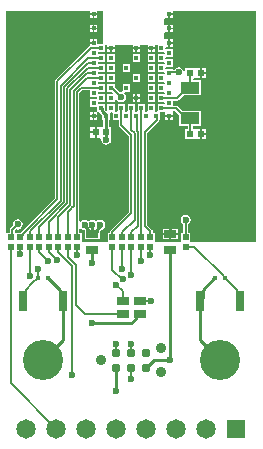
<source format=gtl>
G04*
G04 #@! TF.GenerationSoftware,Altium Limited,Altium Designer,21.6.4 (81)*
G04*
G04 Layer_Physical_Order=1*
G04 Layer_Color=255*
%FSLAX44Y44*%
%MOMM*%
G71*
G04*
G04 #@! TF.SameCoordinates,B426352F-7976-453D-B7C3-6DF0A089D787*
G04*
G04*
G04 #@! TF.FilePolarity,Positive*
G04*
G01*
G75*
%ADD11C,0.2540*%
%ADD14C,0.1524*%
%ADD15R,0.3600X0.3500*%
%ADD16R,0.8000X1.7000*%
%ADD17R,1.5500X1.0000*%
%ADD18R,0.3900X0.3900*%
%ADD19R,0.3900X0.3900*%
%ADD20R,1.0200X0.6400*%
%ADD22R,0.6200X0.6200*%
%ADD23R,0.5500X0.5200*%
%ADD24R,1.0000X0.8000*%
%ADD39C,0.7900*%
%ADD40C,0.1520*%
%ADD41C,3.4000*%
%ADD42C,1.6500*%
%ADD43R,1.6500X1.6500*%
%ADD44C,0.9000*%
%ADD45C,0.6000*%
G36*
X86400Y367720D02*
X81280D01*
X81220Y368965D01*
Y371970D01*
X78762D01*
Y368750D01*
X78000D01*
Y367988D01*
X74780D01*
Y366431D01*
X74687Y366412D01*
X74016Y365964D01*
X45786Y337734D01*
X45338Y337063D01*
X45180Y336271D01*
Y237140D01*
X16526Y208486D01*
X16115Y207870D01*
X11059D01*
Y209382D01*
X12560Y210883D01*
X13750Y210646D01*
X15416Y210978D01*
X16829Y211922D01*
X17772Y213334D01*
X18104Y215000D01*
X17772Y216666D01*
X16829Y218078D01*
X15416Y219022D01*
X13750Y219354D01*
X12084Y219022D01*
X10671Y218078D01*
X9728Y216666D01*
X9396Y215000D01*
X9633Y213810D01*
X7526Y211703D01*
X7077Y211032D01*
X6920Y210240D01*
Y207870D01*
X4078D01*
X4078Y395922D01*
X74780Y395922D01*
Y394012D01*
X78000D01*
X81220D01*
Y395922D01*
X86400D01*
Y367720D01*
D02*
G37*
G36*
X132280Y361280D02*
X138042Y361280D01*
X138604Y360250D01*
X138042Y359220D01*
X132280D01*
Y352780D01*
X138042Y352780D01*
X138604Y351750D01*
X138042Y350720D01*
X132280D01*
Y344280D01*
X138042Y344280D01*
X138604Y343250D01*
X138042Y342220D01*
X132280D01*
Y335780D01*
X138042Y335780D01*
X138604Y334750D01*
X138042Y333720D01*
X132280D01*
Y327280D01*
X138042Y327280D01*
X138604Y326250D01*
X138042Y325220D01*
X132280D01*
Y318780D01*
X138042D01*
X138604Y317750D01*
X138042Y316720D01*
X132280D01*
X132280Y310958D01*
X131250Y310396D01*
X130220Y310958D01*
Y316720D01*
X123780D01*
X123780Y310958D01*
X122750Y310396D01*
X121720Y310958D01*
Y316720D01*
X115280D01*
Y310958D01*
X114250Y310396D01*
X113220Y310958D01*
Y316720D01*
X106780D01*
Y310958D01*
X105750Y310396D01*
X104720Y310958D01*
Y316720D01*
X98280D01*
Y310958D01*
X97250Y310396D01*
X96220Y310958D01*
Y316720D01*
X89780D01*
Y311929D01*
X88694Y311479D01*
X87720Y312272D01*
Y316720D01*
X81958Y316720D01*
X81396Y317750D01*
X81958Y318780D01*
X87720D01*
Y325220D01*
X81958Y325220D01*
X81396Y326250D01*
X81958Y327280D01*
X87720D01*
Y333720D01*
X81958D01*
X81396Y334750D01*
X81958Y335780D01*
X87720D01*
Y342220D01*
X81958D01*
X81396Y343250D01*
X81958Y344280D01*
X87720D01*
Y350720D01*
X81958D01*
X81396Y351750D01*
X81958Y352780D01*
X87720D01*
Y359220D01*
X81958D01*
X81396Y360250D01*
X81958Y361280D01*
X87720D01*
Y367000D01*
X89780D01*
Y365262D01*
X96220D01*
Y367000D01*
X111030D01*
Y365262D01*
X117470D01*
Y367000D01*
X123780D01*
Y365262D01*
X130220D01*
Y367000D01*
X132280D01*
Y361280D01*
D02*
G37*
G36*
X215922Y200000D02*
X161236D01*
X160020Y200130D01*
X160020Y201270D01*
Y207870D01*
X158070D01*
Y214998D01*
X159079Y215672D01*
X160022Y217084D01*
X160354Y218750D01*
X160022Y220416D01*
X159079Y221828D01*
X157666Y222772D01*
X156000Y223104D01*
X154334Y222772D01*
X152921Y221828D01*
X151978Y220416D01*
X151646Y218750D01*
X151978Y217084D01*
X152921Y215672D01*
X153930Y214998D01*
Y207870D01*
X151980D01*
X151980Y200130D01*
X150764Y200000D01*
X131236D01*
X130020Y200130D01*
X130020Y201270D01*
Y207870D01*
X128070D01*
Y209250D01*
X127912Y210042D01*
X127464Y210714D01*
X123360Y214817D01*
Y292433D01*
X132874Y301947D01*
X133323Y302618D01*
X133480Y303410D01*
Y303780D01*
X134470D01*
X134470Y310220D01*
X135715Y310280D01*
X137535D01*
X138723Y310223D01*
X138780Y309035D01*
Y307762D01*
X145220D01*
Y310160D01*
X145220Y310220D01*
X145364Y311430D01*
X146893D01*
X150730Y307593D01*
Y298480D01*
X157680D01*
Y296120D01*
X155380D01*
Y287380D01*
X163110D01*
X164120Y287380D01*
X165390Y287380D01*
X167988D01*
Y291750D01*
Y296120D01*
X165390D01*
X164380Y296120D01*
X163110Y296120D01*
X161820D01*
Y298480D01*
X168770D01*
Y311020D01*
X153157D01*
X149213Y314963D01*
X148542Y315412D01*
X147750Y315570D01*
X145220D01*
Y319928D01*
X148750D01*
X148750Y319928D01*
X149543Y320086D01*
X150215Y320535D01*
X154160Y324480D01*
X168770D01*
Y337020D01*
X162565D01*
X162130Y338290D01*
X162720Y338880D01*
X164120Y338880D01*
X165390Y338880D01*
X167988D01*
Y343250D01*
Y347620D01*
X165390D01*
X164380Y347620D01*
X163110Y347620D01*
X155380D01*
Y345100D01*
X154110Y344975D01*
X154022Y345416D01*
X153078Y346828D01*
X151666Y347772D01*
X150000Y348104D01*
X148334Y347772D01*
X146922Y346828D01*
X146490Y346183D01*
X145220Y346470D01*
Y346470D01*
X139458Y346470D01*
X138896Y347500D01*
X139458Y348530D01*
X145220D01*
Y354970D01*
X139458Y354970D01*
X138896Y356000D01*
X139458Y357030D01*
X145220D01*
Y363470D01*
X139458Y363470D01*
X138896Y364500D01*
X139458Y365530D01*
X141238D01*
Y368750D01*
Y371970D01*
X139170D01*
X138780Y371970D01*
X137900Y372876D01*
Y376875D01*
X138780Y377780D01*
X139170Y377780D01*
X141238D01*
Y381000D01*
Y384220D01*
X139170D01*
X138780Y384220D01*
X137900Y385126D01*
Y389124D01*
X138780Y390030D01*
X141238D01*
Y393250D01*
X142000D01*
Y394012D01*
X145220D01*
Y395922D01*
X215922Y395922D01*
X215922Y200000D01*
D02*
G37*
G36*
X74780Y323030D02*
X80542Y323030D01*
X81104Y322000D01*
X80542Y320970D01*
X74780D01*
Y314530D01*
X81220Y314530D01*
X81280Y313285D01*
Y311494D01*
X81280Y311465D01*
X81223Y310277D01*
X80036Y310220D01*
X80006Y310220D01*
X78762D01*
Y307762D01*
X81220D01*
Y309006D01*
X81220Y309036D01*
X81277Y310223D01*
X82465Y310280D01*
X82494Y310280D01*
X82689D01*
X82715Y310152D01*
X83276Y309312D01*
X85530Y307057D01*
Y303780D01*
X86160D01*
Y298268D01*
X85262Y297370D01*
X84380D01*
X83110Y297370D01*
X80512D01*
Y293000D01*
Y288630D01*
X83475Y288630D01*
X84491Y287602D01*
X84518Y287360D01*
X84396Y286750D01*
X84728Y285084D01*
X85672Y283671D01*
X87084Y282728D01*
X88750Y282396D01*
X90416Y282728D01*
X91828Y283671D01*
X92772Y285084D01*
X93104Y286750D01*
X92982Y287360D01*
X93120Y288630D01*
X93120Y288630D01*
X93120Y288630D01*
Y297370D01*
X91340D01*
Y303780D01*
X91970D01*
X91970Y309542D01*
X93000Y310105D01*
X94030Y309542D01*
Y303780D01*
X99430D01*
Y299250D01*
X99588Y298458D01*
X100036Y297787D01*
X107680Y290143D01*
Y225357D01*
X92536Y210214D01*
X92088Y209542D01*
X91930Y208750D01*
Y207870D01*
X89980D01*
X89980Y200130D01*
X88764Y200000D01*
X69236D01*
X68020Y200130D01*
Y207870D01*
X66070D01*
Y211159D01*
X67340Y211544D01*
X67421Y211422D01*
X68834Y210478D01*
X70500Y210146D01*
X70580Y210081D01*
Y208780D01*
X70630Y208530D01*
Y202380D01*
X83370D01*
Y208530D01*
X83420Y208780D01*
Y209607D01*
X84073Y210260D01*
X85166Y210478D01*
X86579Y211422D01*
X87522Y212834D01*
X87854Y214500D01*
X87522Y216166D01*
X86579Y217579D01*
X85166Y218522D01*
X83500Y218854D01*
X81834Y218522D01*
X80422Y217579D01*
X80078D01*
X78666Y218522D01*
X77000Y218854D01*
X75334Y218522D01*
X74740Y218126D01*
X73750Y217659D01*
X72760Y218126D01*
X72166Y218522D01*
X70500Y218854D01*
X68834Y218522D01*
X67421Y217579D01*
X67340Y217456D01*
X66070Y217841D01*
Y325893D01*
X68607Y328430D01*
X74780D01*
Y323030D01*
D02*
G37*
%LPC*%
G36*
X81220Y392488D02*
X78762D01*
Y390030D01*
X81220D01*
Y392488D01*
D02*
G37*
G36*
X77238D02*
X74780D01*
Y390030D01*
X77238D01*
Y392488D01*
D02*
G37*
G36*
X81220Y384220D02*
X78762D01*
Y381762D01*
X81220D01*
Y384220D01*
D02*
G37*
G36*
X77238D02*
X74780D01*
Y381762D01*
X77238D01*
Y384220D01*
D02*
G37*
G36*
X81220Y380238D02*
X78762D01*
Y377780D01*
X81220D01*
Y380238D01*
D02*
G37*
G36*
X77238D02*
X74780D01*
Y377780D01*
X77238D01*
Y380238D01*
D02*
G37*
G36*
Y371970D02*
X74780D01*
Y369512D01*
X77238D01*
Y371970D01*
D02*
G37*
G36*
X130220Y363738D02*
X127762D01*
Y361280D01*
X130220D01*
Y363738D01*
D02*
G37*
G36*
X126238D02*
X123780D01*
Y361280D01*
X126238D01*
Y363738D01*
D02*
G37*
G36*
X117470D02*
X115012D01*
Y361280D01*
X117470D01*
Y363738D01*
D02*
G37*
G36*
X113488D02*
X111030D01*
Y361280D01*
X113488D01*
Y363738D01*
D02*
G37*
G36*
X96220D02*
X93762D01*
Y361280D01*
X96220D01*
Y363738D01*
D02*
G37*
G36*
X92238D02*
X89780D01*
Y361280D01*
X92238D01*
Y363738D01*
D02*
G37*
G36*
X130220Y359220D02*
X123780D01*
Y352780D01*
X130220D01*
Y359220D01*
D02*
G37*
G36*
X117470D02*
X111030D01*
Y352780D01*
X117470D01*
Y359220D01*
D02*
G37*
G36*
X96220D02*
X89780D01*
Y352780D01*
X96220D01*
Y359220D01*
D02*
G37*
G36*
X130220Y350720D02*
X123780D01*
Y344280D01*
X130220D01*
Y350720D01*
D02*
G37*
G36*
X108970D02*
X102530D01*
Y344280D01*
X108970D01*
Y350720D01*
D02*
G37*
G36*
X96220D02*
X89780D01*
Y344280D01*
X96220D01*
Y350720D01*
D02*
G37*
G36*
X130220Y342220D02*
X123780D01*
Y335780D01*
X130220D01*
Y342220D01*
D02*
G37*
G36*
X117470D02*
X111030D01*
Y335780D01*
X117470D01*
Y342220D01*
D02*
G37*
G36*
X96220D02*
X89780D01*
Y335780D01*
X96220D01*
Y342220D01*
D02*
G37*
G36*
X130220Y333720D02*
X123780D01*
Y327280D01*
X130220D01*
Y333720D01*
D02*
G37*
G36*
X108970D02*
X102530D01*
Y328144D01*
X101341Y327086D01*
X101250Y327104D01*
X100060Y326867D01*
X96220Y330707D01*
Y333720D01*
X89780D01*
Y327280D01*
X93793D01*
X94680Y326393D01*
X94194Y325220D01*
X89780D01*
Y318780D01*
X96220D01*
Y320306D01*
X97490Y320691D01*
X98172Y319671D01*
X99584Y318728D01*
X101250Y318396D01*
X102916Y318728D01*
X104328Y319671D01*
X105272Y321084D01*
X105604Y322750D01*
X105272Y324416D01*
X104328Y325829D01*
X104057Y326010D01*
X104442Y327280D01*
X108970D01*
Y333720D01*
D02*
G37*
G36*
X117470Y325220D02*
X115012D01*
Y322762D01*
X117470D01*
Y325220D01*
D02*
G37*
G36*
X113488D02*
X111030D01*
Y322762D01*
X113488D01*
Y325220D01*
D02*
G37*
G36*
X130220D02*
X123780D01*
Y318780D01*
X130220D01*
Y325220D01*
D02*
G37*
G36*
X117470Y321238D02*
X115012D01*
Y318780D01*
X117470D01*
Y321238D01*
D02*
G37*
G36*
X113488D02*
X111030D01*
Y318780D01*
X113488D01*
Y321238D01*
D02*
G37*
G36*
X145220Y392488D02*
X142762D01*
Y390030D01*
X145220D01*
Y392488D01*
D02*
G37*
G36*
X142762Y384220D02*
Y381762D01*
X145220D01*
Y384220D01*
X142762D01*
D02*
G37*
G36*
X145220Y380238D02*
X142762D01*
Y377780D01*
X145220D01*
Y380238D01*
D02*
G37*
G36*
X142762Y371970D02*
Y369512D01*
X145220D01*
Y371970D01*
X142762D01*
D02*
G37*
G36*
X145220Y367988D02*
X142762D01*
Y365530D01*
X145220D01*
Y367988D01*
D02*
G37*
G36*
X169512Y347620D02*
Y344012D01*
X173120D01*
Y347620D01*
X169512D01*
D02*
G37*
G36*
X173120Y342488D02*
X169512D01*
Y338880D01*
X173120D01*
Y342488D01*
D02*
G37*
G36*
X145220Y306238D02*
X142762D01*
Y303780D01*
X145220D01*
Y306238D01*
D02*
G37*
G36*
X141238D02*
X138780D01*
Y303780D01*
X141238D01*
Y306238D01*
D02*
G37*
G36*
X169512Y296120D02*
Y292512D01*
X173120D01*
Y296120D01*
X169512D01*
D02*
G37*
G36*
X173120Y290988D02*
X169512D01*
Y287380D01*
X173120D01*
Y290988D01*
D02*
G37*
G36*
X149370Y211320D02*
X143762D01*
Y207612D01*
X149370D01*
Y211320D01*
D02*
G37*
G36*
X142238D02*
X136630D01*
Y207612D01*
X142238D01*
Y211320D01*
D02*
G37*
G36*
X149370Y206088D02*
X143762D01*
Y202380D01*
X149370D01*
Y206088D01*
D02*
G37*
G36*
X142238D02*
X136630D01*
Y202380D01*
X142238D01*
Y206088D01*
D02*
G37*
G36*
X77238Y310220D02*
X74780D01*
Y307762D01*
X77238D01*
Y310220D01*
D02*
G37*
G36*
X81220Y306238D02*
X78762D01*
Y303780D01*
X81220D01*
Y306238D01*
D02*
G37*
G36*
X77238D02*
X74780D01*
Y303780D01*
X77238D01*
Y306238D01*
D02*
G37*
G36*
X78988Y297370D02*
X75380D01*
Y293762D01*
X78988D01*
Y297370D01*
D02*
G37*
G36*
Y292238D02*
X75380D01*
Y288630D01*
X78988D01*
Y292238D01*
D02*
G37*
%LPD*%
D11*
X116500Y139000D02*
X117500D01*
X113770Y136270D02*
X116500Y139000D01*
X113770Y135270D02*
Y136270D01*
X109750Y131250D02*
X113770Y135270D01*
X77000Y131250D02*
X109750D01*
X88750Y286250D02*
Y293000D01*
Y285750D02*
Y286250D01*
X88750Y307000D02*
X88750Y307000D01*
X88750Y293000D02*
Y307000D01*
Y286250D02*
Y287250D01*
Y286250D02*
X88750Y286250D01*
X97250Y73750D02*
Y93700D01*
X97300Y93750D01*
X122700D02*
X128950Y100000D01*
X143000D01*
Y193150D01*
X77000Y182500D02*
Y193150D01*
X168000Y150000D02*
X170730Y152730D01*
Y159930D01*
X180270Y169470D01*
Y169520D01*
X180750Y170000D01*
X180800D01*
X168000Y117000D02*
X185000Y100000D01*
X168000Y117000D02*
Y150000D01*
X49270Y152730D02*
X52000Y150000D01*
X49270Y152730D02*
Y159930D01*
X39730Y169470D02*
X49270Y159930D01*
X39730Y169470D02*
Y169520D01*
X39250Y170000D02*
X39730Y169520D01*
X39200Y170000D02*
X39250D01*
X35000Y100000D02*
X52000Y117000D01*
Y150000D01*
X75100Y206850D02*
X77000D01*
X73170Y208780D02*
X75100Y206850D01*
X73170Y208780D02*
Y211282D01*
X70500Y213952D02*
X73170Y211282D01*
X70500Y213952D02*
Y214500D01*
X77000Y206850D02*
X78900D01*
X80830Y208780D01*
Y210680D01*
X82838Y212688D01*
Y213838D01*
X83500Y214500D01*
X77000Y206850D02*
Y214500D01*
X85107Y311143D02*
X88750Y307500D01*
X85107Y311143D02*
Y313393D01*
X84500Y314000D02*
X85107Y313393D01*
X143000Y206850D02*
Y213750D01*
D14*
X110000Y172250D02*
Y196000D01*
X110000Y196000D02*
X110000Y196000D01*
X126000Y188750D02*
Y196000D01*
X8000Y80700D02*
X46500Y42200D01*
X8000Y80700D02*
Y196000D01*
X159750Y330250D02*
Y342750D01*
X157000Y330250D02*
X159750D01*
X148750Y322000D02*
X157000Y330250D01*
X135500Y322000D02*
X148750D01*
D15*
X189200Y170000D02*
D03*
X180800D02*
D03*
X39200Y170000D02*
D03*
X30800D02*
D03*
D16*
X168000Y150000D02*
D03*
X202000D02*
D03*
X18000D02*
D03*
X52000D02*
D03*
D17*
X159750Y330750D02*
D03*
Y304750D02*
D03*
D18*
X93000Y313500D02*
D03*
X88750Y307000D02*
D03*
X78000D02*
D03*
X84500Y313500D02*
D03*
X78000Y317750D02*
D03*
Y326250D02*
D03*
X84500Y322000D02*
D03*
X93000D02*
D03*
X78000Y334750D02*
D03*
X84500Y330500D02*
D03*
X93000D02*
D03*
X78000Y343250D02*
D03*
X84500Y339000D02*
D03*
X93000D02*
D03*
X78000Y351750D02*
D03*
X84500Y347500D02*
D03*
X93000D02*
D03*
Y356000D02*
D03*
X84500D02*
D03*
X78000Y360250D02*
D03*
X93000Y364500D02*
D03*
X84500D02*
D03*
X78000Y368750D02*
D03*
Y381000D02*
D03*
X97250Y307000D02*
D03*
X101500Y313500D02*
D03*
X105750Y307000D02*
D03*
X110000Y313500D02*
D03*
X114250Y307000D02*
D03*
X118500Y313500D02*
D03*
X122750Y307000D02*
D03*
X127000Y313500D02*
D03*
X131250Y307000D02*
D03*
X142000D02*
D03*
X135500Y313500D02*
D03*
X142000Y317750D02*
D03*
X135500Y322000D02*
D03*
X127000D02*
D03*
X142000Y326250D02*
D03*
X135500Y330500D02*
D03*
X127000D02*
D03*
X142000Y334750D02*
D03*
X135500Y339000D02*
D03*
X127000D02*
D03*
X142000Y343250D02*
D03*
X135500Y347500D02*
D03*
X127000D02*
D03*
X142000Y351750D02*
D03*
X135500Y356000D02*
D03*
X127000D02*
D03*
X142000Y360250D02*
D03*
X135500Y364500D02*
D03*
X127000D02*
D03*
X142000Y368750D02*
D03*
Y381000D02*
D03*
Y393250D02*
D03*
X114250Y364500D02*
D03*
Y356000D02*
D03*
X105750Y347500D02*
D03*
X114250Y339000D02*
D03*
X105750Y330500D02*
D03*
X114250Y322000D02*
D03*
D19*
X78000Y393250D02*
D03*
D20*
X143000Y206850D02*
D03*
Y193150D02*
D03*
X77000D02*
D03*
Y206850D02*
D03*
D22*
X88750Y293000D02*
D03*
X79750D02*
D03*
X168750Y291750D02*
D03*
X159750D02*
D03*
X168750Y343250D02*
D03*
X159750D02*
D03*
D23*
X48000Y204000D02*
D03*
Y196000D02*
D03*
X24000D02*
D03*
Y204000D02*
D03*
X16000Y196000D02*
D03*
Y204000D02*
D03*
X94000D02*
D03*
Y196000D02*
D03*
X118000Y204000D02*
D03*
Y196000D02*
D03*
X8000Y204000D02*
D03*
Y196000D02*
D03*
X102000Y204000D02*
D03*
Y196000D02*
D03*
X110000Y204000D02*
D03*
Y196000D02*
D03*
X126000Y204000D02*
D03*
Y196000D02*
D03*
X156000D02*
D03*
Y204000D02*
D03*
X64000Y196000D02*
D03*
Y204000D02*
D03*
X56000Y196000D02*
D03*
Y204000D02*
D03*
X40000Y196000D02*
D03*
Y204000D02*
D03*
X32000Y196000D02*
D03*
Y204000D02*
D03*
D24*
X117500Y139000D02*
D03*
X102500D02*
D03*
Y150000D02*
D03*
X117500D02*
D03*
D39*
X97300Y93750D02*
D03*
Y106450D02*
D03*
X110000Y93750D02*
D03*
Y106450D02*
D03*
X122700Y93750D02*
D03*
Y106450D02*
D03*
D40*
X142000Y343750D02*
X150000D01*
X117500Y150000D02*
X126750D01*
X70750Y139000D02*
X102500D01*
X62790Y146960D02*
X70750Y139000D01*
X117500Y150000D02*
X117500Y150000D01*
X102500Y150000D02*
Y158500D01*
X97250Y163750D02*
X102500Y158500D01*
X101750Y168750D02*
X102778D01*
X94000Y176500D02*
X101750Y168750D01*
X101500Y299250D02*
X109750Y291000D01*
Y224500D02*
Y291000D01*
X101500Y299250D02*
Y313500D01*
X110000Y294750D02*
Y313500D01*
X112670Y219170D02*
Y292080D01*
X110000Y294750D02*
X112670Y292080D01*
X114500Y294250D02*
Y306750D01*
X115460Y213960D02*
Y293290D01*
X114500Y294250D02*
X115460Y293290D01*
X114250Y307000D02*
X114500Y306750D01*
X121290Y213960D02*
Y293290D01*
X131410Y303410D02*
Y306840D01*
X121290Y293290D02*
X131410Y303410D01*
X131250Y307000D02*
X131410Y306840D01*
X118000Y204000D02*
X118500Y204500D01*
Y313500D01*
X118500Y313500D01*
X121290Y213960D02*
X126000Y209250D01*
X50040Y235127D02*
Y332518D01*
X48000Y221250D02*
X58410Y231660D01*
Y329051D01*
X50040Y332518D02*
X73522Y356000D01*
X32000Y213141D02*
X52830Y233971D01*
X24000Y209087D02*
X50040Y235127D01*
X59250Y228554D02*
X61200Y230504D01*
X47250Y236283D02*
Y336271D01*
X55620Y232816D02*
Y330207D01*
X52830Y331363D02*
X70208Y348740D01*
X55620Y330207D02*
X71363Y345950D01*
X58410Y329051D02*
X72519Y343160D01*
X61200Y327896D02*
X66594Y333290D01*
X52830Y233971D02*
Y331363D01*
X47250Y336271D02*
X75479Y364500D01*
X17990Y207023D02*
X47250Y236283D01*
X40000Y217196D02*
X55620Y232816D01*
X61200Y230504D02*
Y327896D01*
X59250Y228500D02*
Y228554D01*
X64000Y326750D02*
X67750Y330500D01*
X64000Y204000D02*
Y326750D01*
X56000Y225250D02*
X59250Y228500D01*
X75479Y364500D02*
X84500D01*
X73522Y356000D02*
X84500D01*
X70208Y348740D02*
X73217Y351750D01*
X78000D01*
X70208Y348740D02*
X70208D01*
X71363Y345950D02*
X71364D01*
X72913Y347500D02*
X84500D01*
X71364Y345950D02*
X72913Y347500D01*
X72519Y343160D02*
X77910D01*
X66594Y333290D02*
X72304Y339000D01*
X66594Y333290D02*
X66594D01*
X72304Y339000D02*
X84500D01*
X77910Y343160D02*
X78000Y343250D01*
X67750Y330500D02*
X84500D01*
X84500Y347500D02*
X84500Y347500D01*
X30775Y169911D02*
Y170025D01*
X30800Y170000D01*
X30750Y170050D02*
X30775Y170025D01*
X30750Y170050D02*
Y177500D01*
X24000Y171250D02*
Y196000D01*
X26084Y165220D02*
X30775Y169911D01*
X25970Y165220D02*
X26084D01*
X20640Y159890D02*
X25970Y165220D01*
X56000Y187446D02*
Y196000D01*
X48000Y191500D02*
X60000Y179500D01*
X48000Y191500D02*
Y196000D01*
X56000Y187446D02*
X62790Y180656D01*
X64000Y188750D02*
Y196000D01*
X40000Y192000D02*
Y196000D01*
Y192000D02*
X47250Y184750D01*
X32000Y191750D02*
X39500Y184250D01*
X32000Y191750D02*
Y196000D01*
X189150Y170000D02*
X189200D01*
X188160Y170990D02*
X189150Y170000D01*
X188160Y170990D02*
Y171040D01*
X163200Y196000D02*
X188160Y171040D01*
X156000Y196000D02*
X163200D01*
X199310Y152690D02*
X202000Y150000D01*
X199310Y152690D02*
Y159890D01*
X190240Y168960D02*
X199310Y159890D01*
X190240Y168960D02*
Y169010D01*
X189250Y170000D02*
X190240Y169010D01*
X189200Y170000D02*
X189250D01*
X94000Y176500D02*
Y196000D01*
X97250Y113750D02*
X97275Y113725D01*
X102000Y177500D02*
Y196000D01*
X118000Y183750D02*
Y196000D01*
X62790Y146960D02*
Y180656D01*
X97275Y106475D02*
Y113725D01*
Y106475D02*
X97300Y106450D01*
X60000Y87500D02*
Y179500D01*
X110000Y106450D02*
Y113750D01*
Y83750D02*
Y93750D01*
X18000Y150000D02*
X20640Y152640D01*
Y159890D01*
X16000Y190000D02*
Y196000D01*
X94000Y208750D02*
X109750Y224500D01*
X102000Y208500D02*
X112670Y219170D01*
X126000Y204000D02*
Y209250D01*
X110000Y208500D02*
X115460Y213960D01*
X94000Y204000D02*
Y208750D01*
X102000Y204000D02*
Y208500D01*
X110000Y204000D02*
Y208500D01*
X156000Y204000D02*
Y218750D01*
X8990Y204990D02*
Y210240D01*
X13750Y215000D01*
X16000Y204000D02*
X16150D01*
X17990Y205840D01*
Y207023D01*
X24000Y204000D02*
Y209087D01*
X32000Y204000D02*
Y213141D01*
X40000Y204000D02*
Y217196D01*
X48000Y204000D02*
Y221250D01*
X56000Y204000D02*
Y225250D01*
X8000Y204000D02*
X8990Y204990D01*
X93000Y331000D02*
X101250Y322750D01*
Y322750D02*
Y322750D01*
X135500Y313500D02*
X147750D01*
X157000Y304250D02*
X159750D01*
X147750Y313500D02*
X157000Y304250D01*
X159750Y291250D02*
Y304250D01*
D41*
X185000Y100000D02*
D03*
X35000D02*
D03*
D42*
X21100Y42200D02*
D03*
X46500D02*
D03*
X148100D02*
D03*
X173500D02*
D03*
X122700D02*
D03*
X97300D02*
D03*
X71900D02*
D03*
D43*
X198900D02*
D03*
D44*
X84600Y100100D02*
D03*
X135400Y110260D02*
D03*
Y89940D02*
D03*
D45*
X35182Y287318D02*
D03*
X20182Y272318D02*
D03*
X20000Y257500D02*
D03*
Y242500D02*
D03*
Y227500D02*
D03*
X105750Y338720D02*
D03*
X126750Y290500D02*
D03*
X142332Y300674D02*
D03*
X126750Y150000D02*
D03*
X77000Y131250D02*
D03*
X97250Y163750D02*
D03*
X102778Y168750D02*
D03*
X200000Y392500D02*
D03*
Y377500D02*
D03*
Y362500D02*
D03*
Y347500D02*
D03*
Y332500D02*
D03*
Y317500D02*
D03*
Y302500D02*
D03*
Y287500D02*
D03*
Y272500D02*
D03*
Y257500D02*
D03*
Y242500D02*
D03*
Y227500D02*
D03*
X185000Y392500D02*
D03*
Y377500D02*
D03*
Y362500D02*
D03*
Y347500D02*
D03*
Y332500D02*
D03*
Y317500D02*
D03*
Y302500D02*
D03*
Y287500D02*
D03*
Y272500D02*
D03*
Y257500D02*
D03*
Y242500D02*
D03*
Y227500D02*
D03*
X170000Y392500D02*
D03*
Y377500D02*
D03*
Y362500D02*
D03*
Y317500D02*
D03*
Y272500D02*
D03*
Y257500D02*
D03*
Y242500D02*
D03*
Y227500D02*
D03*
X155000Y377500D02*
D03*
Y362500D02*
D03*
Y317500D02*
D03*
Y272500D02*
D03*
Y257500D02*
D03*
Y242500D02*
D03*
Y227500D02*
D03*
X140000Y272500D02*
D03*
Y257500D02*
D03*
Y242500D02*
D03*
Y227500D02*
D03*
X95000Y272500D02*
D03*
Y257500D02*
D03*
Y242500D02*
D03*
Y227500D02*
D03*
X80000Y257500D02*
D03*
Y242500D02*
D03*
Y227500D02*
D03*
X65000Y392500D02*
D03*
Y377500D02*
D03*
Y362500D02*
D03*
X50000Y392500D02*
D03*
Y377500D02*
D03*
Y362500D02*
D03*
Y347500D02*
D03*
X35000Y392500D02*
D03*
Y377500D02*
D03*
Y362500D02*
D03*
Y347500D02*
D03*
Y332500D02*
D03*
Y317500D02*
D03*
Y302500D02*
D03*
Y272500D02*
D03*
Y257500D02*
D03*
Y242500D02*
D03*
X20000Y392500D02*
D03*
Y377500D02*
D03*
Y362500D02*
D03*
Y347500D02*
D03*
Y332500D02*
D03*
Y317500D02*
D03*
Y302500D02*
D03*
Y287500D02*
D03*
X212500Y213500D02*
D03*
Y203500D02*
D03*
X200000D02*
D03*
X185000D02*
D03*
X170000D02*
D03*
X200000Y213500D02*
D03*
X185000D02*
D03*
X170000D02*
D03*
X7500Y392500D02*
D03*
Y377500D02*
D03*
Y362500D02*
D03*
Y347500D02*
D03*
Y332500D02*
D03*
Y317500D02*
D03*
Y302500D02*
D03*
Y287500D02*
D03*
Y272500D02*
D03*
Y257500D02*
D03*
Y242500D02*
D03*
Y227500D02*
D03*
X78500Y300500D02*
D03*
X88750Y286750D02*
D03*
X30750Y177500D02*
D03*
X24000Y171250D02*
D03*
X64000Y188750D02*
D03*
X47250Y184750D02*
D03*
X39500Y184250D02*
D03*
X97250Y113750D02*
D03*
Y73750D02*
D03*
X110000Y172250D02*
D03*
X102000Y177500D02*
D03*
X118000Y183750D02*
D03*
X126000Y188750D02*
D03*
X143000Y100000D02*
D03*
X77000Y182500D02*
D03*
X110000Y113750D02*
D03*
Y83750D02*
D03*
X60000Y87500D02*
D03*
X16000Y190000D02*
D03*
X136750Y214500D02*
D03*
X149250D02*
D03*
X143000D02*
D03*
X156000Y218750D02*
D03*
X13750Y215000D02*
D03*
X70500Y214500D02*
D03*
X83500D02*
D03*
X77000D02*
D03*
X101250Y322750D02*
D03*
X150000Y343750D02*
D03*
X212500Y227500D02*
D03*
Y242500D02*
D03*
Y257500D02*
D03*
Y272500D02*
D03*
Y287500D02*
D03*
Y302500D02*
D03*
Y317500D02*
D03*
Y332500D02*
D03*
Y347500D02*
D03*
Y362500D02*
D03*
Y377500D02*
D03*
Y392500D02*
D03*
X148000Y368750D02*
D03*
Y381000D02*
D03*
Y392750D02*
D03*
X72000Y369000D02*
D03*
X83250Y392750D02*
D03*
X78000Y374750D02*
D03*
X83750Y381000D02*
D03*
X78000Y387250D02*
D03*
X114250Y330500D02*
D03*
Y347500D02*
D03*
X105750Y356000D02*
D03*
X120500Y363750D02*
D03*
X108000D02*
D03*
X99250D02*
D03*
X142000Y375000D02*
D03*
Y387250D02*
D03*
M02*

</source>
